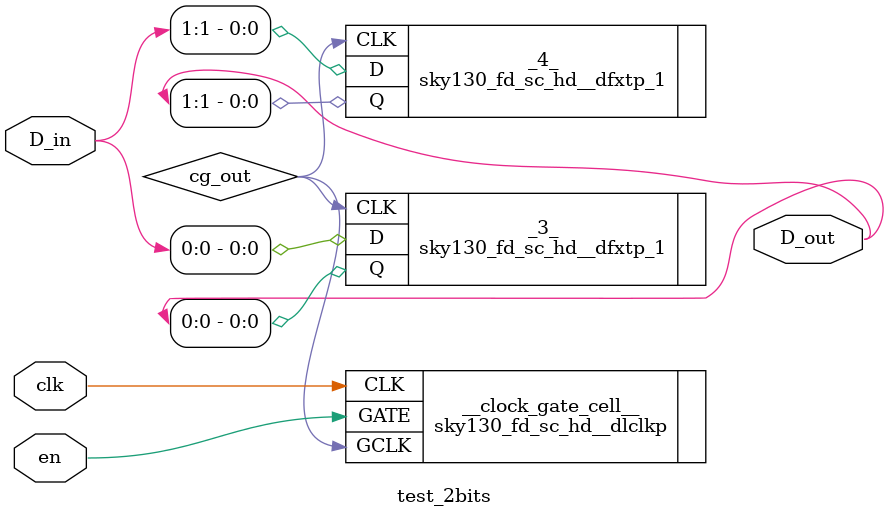
<source format=v>


module test_2bits
(
  D_in,
  clk,
  en,
  D_out
);

  wire cg_out;
  wire [1:0] _0_;
  input [1:0] D_in;
  output [1:0] D_out;
  input clk;
  input en;

  sky130_fd_sc_hd__dlclkp
  __clock_gate_cell__
  (
    .GCLK(cg_out),
    .GATE(en),
    .CLK(clk)
  );


  sky130_fd_sc_hd__dfxtp_1
  _3_
  (
    .CLK(cg_out),
    .D(D_in[0]),
    .Q(D_out[0])
  );


  sky130_fd_sc_hd__dfxtp_1
  _4_
  (
    .CLK(cg_out),
    .D(D_in[1]),
    .Q(D_out[1])
  );


endmodule


</source>
